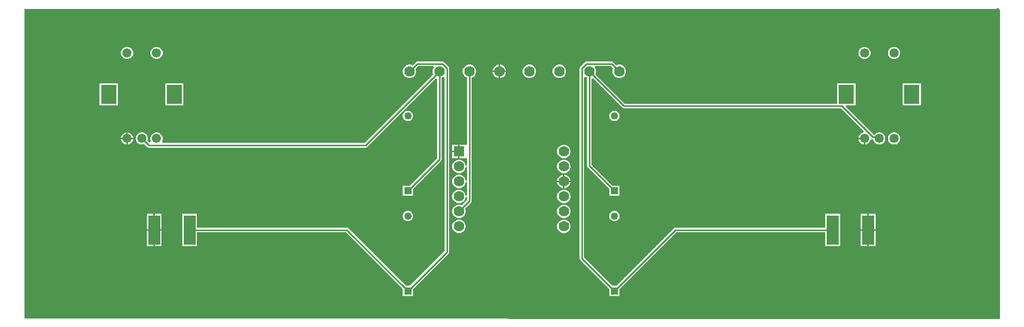
<source format=gbr>
%TF.GenerationSoftware,Altium Limited,Altium Designer,24.10.1 (45)*%
G04 Layer_Physical_Order=2*
G04 Layer_Color=16711680*
%FSLAX45Y45*%
%MOMM*%
%TF.SameCoordinates,6FDAC12A-6018-4021-8F52-C8B52F5C83F9*%
%TF.FilePolarity,Positive*%
%TF.FileFunction,Copper,L2,Bot,Signal*%
%TF.Part,Single*%
G01*
G75*
%TA.AperFunction,ComponentPad*%
%ADD10R,2.00000X5.00000*%
%ADD11R,1.77800X1.77800*%
%ADD12C,1.77800*%
%ADD13C,1.25000*%
%ADD14R,1.25000X1.25000*%
%ADD15C,1.55000*%
%ADD16R,2.60000X3.20000*%
%TA.AperFunction,ViaPad*%
%ADD17C,1.77800*%
%TA.AperFunction,Conductor*%
%ADD18C,0.25400*%
G36*
X16535400Y5232400D02*
Y5267D01*
X16517433Y-12686D01*
X0Y0D01*
Y5245100D01*
X16471899D01*
X16497301Y5270500D01*
X16535400Y5232400D01*
D02*
G37*
%LPC*%
G36*
X14753947Y4606000D02*
X14726852D01*
X14700682Y4598987D01*
X14677219Y4585440D01*
X14658060Y4566282D01*
X14644511Y4542818D01*
X14637500Y4516647D01*
Y4489553D01*
X14644511Y4463382D01*
X14658060Y4439918D01*
X14677219Y4420760D01*
X14700682Y4407212D01*
X14726852Y4400200D01*
X14753947D01*
X14780118Y4407212D01*
X14803581Y4420760D01*
X14822740Y4439918D01*
X14836288Y4463382D01*
X14843300Y4489553D01*
Y4516647D01*
X14836288Y4542818D01*
X14822740Y4566282D01*
X14803581Y4585440D01*
X14780118Y4598987D01*
X14753947Y4606000D01*
D02*
G37*
G36*
X14253947D02*
X14226852D01*
X14200682Y4598987D01*
X14177219Y4585440D01*
X14158060Y4566282D01*
X14144511Y4542818D01*
X14137500Y4516647D01*
Y4489553D01*
X14144511Y4463382D01*
X14158060Y4439918D01*
X14177219Y4420760D01*
X14200682Y4407212D01*
X14226852Y4400200D01*
X14253947D01*
X14280118Y4407212D01*
X14303581Y4420760D01*
X14322740Y4439918D01*
X14336288Y4463382D01*
X14343300Y4489553D01*
Y4516647D01*
X14336288Y4542818D01*
X14322740Y4566282D01*
X14303581Y4585440D01*
X14280118Y4598987D01*
X14253947Y4606000D01*
D02*
G37*
G36*
X2253947D02*
X2226853D01*
X2200682Y4598987D01*
X2177218Y4585440D01*
X2158060Y4566282D01*
X2144513Y4542818D01*
X2137500Y4516647D01*
Y4489553D01*
X2144513Y4463382D01*
X2158060Y4439918D01*
X2177218Y4420760D01*
X2200682Y4407212D01*
X2226853Y4400200D01*
X2253947D01*
X2280118Y4407212D01*
X2303582Y4420760D01*
X2322741Y4439918D01*
X2336288Y4463382D01*
X2343300Y4489553D01*
Y4516647D01*
X2336288Y4542818D01*
X2322741Y4566282D01*
X2303582Y4585440D01*
X2280118Y4598987D01*
X2253947Y4606000D01*
D02*
G37*
G36*
X1753947D02*
X1726853D01*
X1700682Y4598987D01*
X1677218Y4585440D01*
X1658060Y4566282D01*
X1644513Y4542818D01*
X1637500Y4516647D01*
Y4489553D01*
X1644513Y4463382D01*
X1658060Y4439918D01*
X1677218Y4420760D01*
X1700682Y4407212D01*
X1726853Y4400200D01*
X1753947D01*
X1780118Y4407212D01*
X1803582Y4420760D01*
X1822741Y4439918D01*
X1836288Y4463382D01*
X1843300Y4489553D01*
Y4516647D01*
X1836288Y4542818D01*
X1822741Y4566282D01*
X1803582Y4585440D01*
X1780118Y4598987D01*
X1753947Y4606000D01*
D02*
G37*
G36*
X7088405Y4356847D02*
X6654800D01*
X6639934Y4353889D01*
X6627331Y4345469D01*
X6576645Y4294782D01*
X6571918Y4297511D01*
X6542848Y4305300D01*
X6512752D01*
X6483682Y4297511D01*
X6457618Y4282463D01*
X6436337Y4261182D01*
X6421289Y4235118D01*
X6413500Y4206048D01*
Y4175952D01*
X6421289Y4146882D01*
X6436337Y4120818D01*
X6457618Y4099537D01*
X6483682Y4084489D01*
X6512752Y4076700D01*
X6542848D01*
X6571918Y4084489D01*
X6597982Y4099537D01*
X6619263Y4120818D01*
X6634311Y4146882D01*
X6642100Y4175952D01*
Y4206048D01*
X6634311Y4235118D01*
X6631582Y4239845D01*
X6670891Y4279153D01*
X6929210D01*
X6940048Y4253753D01*
X6929289Y4235118D01*
X6921500Y4206048D01*
Y4175952D01*
X6929289Y4146882D01*
X6932018Y4142155D01*
X5766209Y2976347D01*
X2343602D01*
X2329570Y3001747D01*
X2336288Y3013382D01*
X2343300Y3039553D01*
Y3066647D01*
X2336288Y3092818D01*
X2322741Y3116282D01*
X2303582Y3135441D01*
X2280118Y3148988D01*
X2253947Y3156000D01*
X2226853D01*
X2200682Y3148988D01*
X2177218Y3135441D01*
X2158060Y3116282D01*
X2144513Y3092818D01*
X2137500Y3066647D01*
Y3039553D01*
X2144513Y3013382D01*
X2146140Y3010564D01*
X2133250Y2985964D01*
X2114444Y2983994D01*
X2085837Y3012601D01*
X2086288Y3013382D01*
X2093300Y3039553D01*
Y3066647D01*
X2086288Y3092818D01*
X2072741Y3116282D01*
X2053582Y3135441D01*
X2030118Y3148988D01*
X2003947Y3156000D01*
X1976853D01*
X1950682Y3148988D01*
X1927218Y3135441D01*
X1908060Y3116282D01*
X1894513Y3092818D01*
X1887500Y3066647D01*
Y3039553D01*
X1894513Y3013382D01*
X1908060Y2989918D01*
X1927218Y2970760D01*
X1950682Y2957213D01*
X1976853Y2950200D01*
X2003947D01*
X2030118Y2957213D01*
X2030899Y2957664D01*
X2078532Y2910032D01*
X2091134Y2901611D01*
X2106000Y2898654D01*
X5782300D01*
X5797166Y2901611D01*
X5809769Y2910032D01*
X6971553Y4071816D01*
X6996953Y4061295D01*
Y2718491D01*
X6532963Y2254500D01*
X6412100D01*
Y2078700D01*
X6587900D01*
Y2199563D01*
X7063269Y2674931D01*
X7071689Y2687534D01*
X7074647Y2702400D01*
Y4083077D01*
X7079918Y4084489D01*
X7098553Y4095248D01*
X7123953Y4084410D01*
Y1145491D01*
X6532963Y554500D01*
X6467037D01*
X5494069Y1527469D01*
X5481466Y1535889D01*
X5466600Y1538847D01*
X2925400D01*
Y1775400D01*
X2674600D01*
Y1224600D01*
X2925400D01*
Y1461154D01*
X5450509D01*
X6412100Y499563D01*
Y378700D01*
X6587900D01*
Y499563D01*
X7190269Y1101932D01*
X7198689Y1114534D01*
X7201647Y1129400D01*
Y4243605D01*
X7198689Y4258471D01*
X7190269Y4271073D01*
X7115873Y4345469D01*
X7103271Y4353889D01*
X7088405Y4356847D01*
D02*
G37*
G36*
X8066848Y4305300D02*
X8064500D01*
Y4203700D01*
X8166100D01*
Y4206048D01*
X8158311Y4235118D01*
X8143263Y4261182D01*
X8121982Y4282463D01*
X8095918Y4297511D01*
X8066848Y4305300D01*
D02*
G37*
G36*
X8039100D02*
X8036752D01*
X8007682Y4297511D01*
X7981618Y4282463D01*
X7960337Y4261182D01*
X7945289Y4235118D01*
X7937500Y4206048D01*
Y4203700D01*
X8039100D01*
Y4305300D01*
D02*
G37*
G36*
X9956800Y4356847D02*
X9523195D01*
X9508329Y4353889D01*
X9495726Y4345469D01*
X9421331Y4271073D01*
X9412911Y4258471D01*
X9409953Y4243605D01*
Y1017800D01*
X9412911Y1002934D01*
X9421331Y990332D01*
X9912100Y499563D01*
Y378700D01*
X10087900D01*
Y499563D01*
X11049491Y1461154D01*
X13574600D01*
Y1224600D01*
X13825400D01*
Y1775400D01*
X13574600D01*
Y1538847D01*
X11033400D01*
X11018534Y1535889D01*
X11005932Y1527469D01*
X10032963Y554500D01*
X9967037D01*
X9487647Y1033891D01*
Y4084410D01*
X9513047Y4095248D01*
X9531682Y4084489D01*
X9536953Y4083077D01*
Y2590800D01*
X9539911Y2575934D01*
X9548331Y2563331D01*
X9912100Y2199563D01*
Y2078700D01*
X10087900D01*
Y2254500D01*
X9967037D01*
X9614647Y2606891D01*
Y4061295D01*
X9640047Y4071816D01*
X10134332Y3577531D01*
X10146934Y3569110D01*
X10161800Y3566153D01*
X13835893D01*
X14221698Y3180348D01*
X14213660Y3152465D01*
X14200682Y3148988D01*
X14177219Y3135441D01*
X14158060Y3116282D01*
X14144511Y3092818D01*
X14137500Y3066647D01*
Y3065800D01*
X14240401D01*
Y3053100D01*
X14253101D01*
Y2950200D01*
X14253947D01*
X14280118Y2957213D01*
X14303581Y2970760D01*
X14322740Y2989918D01*
X14336288Y3013382D01*
X14340092Y3027581D01*
X14362044Y3040707D01*
X14368700Y3041117D01*
X14379085Y3039051D01*
X14387634D01*
X14394511Y3013382D01*
X14408060Y2989918D01*
X14427219Y2970760D01*
X14450682Y2957213D01*
X14476852Y2950200D01*
X14503947D01*
X14530118Y2957213D01*
X14553581Y2970760D01*
X14572740Y2989918D01*
X14586288Y3013382D01*
X14593300Y3039553D01*
Y3066647D01*
X14586288Y3092818D01*
X14572740Y3116282D01*
X14553581Y3135441D01*
X14530118Y3148988D01*
X14503947Y3156000D01*
X14476852D01*
X14450682Y3148988D01*
X14427219Y3135441D01*
X14408522Y3116744D01*
X14395177D01*
X13917686Y3594234D01*
X13927406Y3617700D01*
X14085800D01*
Y3988500D01*
X13775000D01*
Y3643846D01*
X10177891D01*
X9679582Y4142155D01*
X9682311Y4146882D01*
X9690100Y4175952D01*
Y4206048D01*
X9682311Y4235118D01*
X9671552Y4253753D01*
X9682390Y4279153D01*
X9940709D01*
X9980018Y4239844D01*
X9977289Y4235118D01*
X9969500Y4206048D01*
Y4175952D01*
X9977289Y4146882D01*
X9992337Y4120818D01*
X10013618Y4099537D01*
X10039682Y4084489D01*
X10068752Y4076700D01*
X10098848D01*
X10127918Y4084489D01*
X10153982Y4099537D01*
X10175263Y4120818D01*
X10190311Y4146882D01*
X10198100Y4175952D01*
Y4206048D01*
X10190311Y4235118D01*
X10175263Y4261182D01*
X10153982Y4282463D01*
X10127918Y4297511D01*
X10098848Y4305300D01*
X10068752D01*
X10039682Y4297511D01*
X10034956Y4294782D01*
X9984269Y4345469D01*
X9971666Y4353889D01*
X9956800Y4356847D01*
D02*
G37*
G36*
X9082848Y4305300D02*
X9052752D01*
X9023682Y4297511D01*
X8997618Y4282463D01*
X8976337Y4261182D01*
X8961289Y4235118D01*
X8953500Y4206048D01*
Y4175952D01*
X8961289Y4146882D01*
X8976337Y4120818D01*
X8997618Y4099537D01*
X9023682Y4084489D01*
X9052752Y4076700D01*
X9082848D01*
X9111918Y4084489D01*
X9137982Y4099537D01*
X9159263Y4120818D01*
X9174311Y4146882D01*
X9182100Y4175952D01*
Y4206048D01*
X9174311Y4235118D01*
X9159263Y4261182D01*
X9137982Y4282463D01*
X9111918Y4297511D01*
X9082848Y4305300D01*
D02*
G37*
G36*
X8574848D02*
X8544752D01*
X8515682Y4297511D01*
X8489618Y4282463D01*
X8468337Y4261182D01*
X8453289Y4235118D01*
X8445500Y4206048D01*
Y4175952D01*
X8453289Y4146882D01*
X8468337Y4120818D01*
X8489618Y4099537D01*
X8515682Y4084489D01*
X8544752Y4076700D01*
X8574848D01*
X8603918Y4084489D01*
X8629982Y4099537D01*
X8651263Y4120818D01*
X8666311Y4146882D01*
X8674100Y4175952D01*
Y4206048D01*
X8666311Y4235118D01*
X8651263Y4261182D01*
X8629982Y4282463D01*
X8603918Y4297511D01*
X8574848Y4305300D01*
D02*
G37*
G36*
X8166100Y4178300D02*
X8064500D01*
Y4076700D01*
X8066848D01*
X8095918Y4084489D01*
X8121982Y4099537D01*
X8143263Y4120818D01*
X8158311Y4146882D01*
X8166100Y4175952D01*
Y4178300D01*
D02*
G37*
G36*
X8039100D02*
X7937500D01*
Y4175952D01*
X7945289Y4146882D01*
X7960337Y4120818D01*
X7981618Y4099537D01*
X8007682Y4084489D01*
X8036752Y4076700D01*
X8039100D01*
Y4178300D01*
D02*
G37*
G36*
X15195799Y3988500D02*
X14885001D01*
Y3617700D01*
X15195799D01*
Y3988500D01*
D02*
G37*
G36*
X2695800D02*
X2385000D01*
Y3617700D01*
X2695800D01*
Y3988500D01*
D02*
G37*
G36*
X1585800D02*
X1275000D01*
Y3617700D01*
X1585800D01*
Y3988500D01*
D02*
G37*
G36*
X10011572Y3524500D02*
X9988428D01*
X9966072Y3518510D01*
X9946028Y3506937D01*
X9929663Y3490572D01*
X9918090Y3470528D01*
X9912100Y3448172D01*
Y3425028D01*
X9918090Y3402672D01*
X9929663Y3382628D01*
X9946028Y3366263D01*
X9966072Y3354690D01*
X9988428Y3348700D01*
X10011572D01*
X10033928Y3354690D01*
X10053972Y3366263D01*
X10070337Y3382628D01*
X10081910Y3402672D01*
X10087900Y3425028D01*
Y3448172D01*
X10081910Y3470528D01*
X10070337Y3490572D01*
X10053972Y3506937D01*
X10033928Y3518510D01*
X10011572Y3524500D01*
D02*
G37*
G36*
X6511572D02*
X6488428D01*
X6466072Y3518510D01*
X6446028Y3506937D01*
X6429663Y3490572D01*
X6418090Y3470528D01*
X6412100Y3448172D01*
Y3425028D01*
X6418090Y3402672D01*
X6429663Y3382628D01*
X6446028Y3366263D01*
X6466072Y3354690D01*
X6488428Y3348700D01*
X6511572D01*
X6533928Y3354690D01*
X6553972Y3366263D01*
X6570337Y3382628D01*
X6581910Y3402672D01*
X6587900Y3425028D01*
Y3448172D01*
X6581910Y3470528D01*
X6570337Y3490572D01*
X6553972Y3506937D01*
X6533928Y3518510D01*
X6511572Y3524500D01*
D02*
G37*
G36*
X1753947Y3156000D02*
X1753100D01*
Y3065800D01*
X1843300D01*
Y3066647D01*
X1836288Y3092818D01*
X1822741Y3116282D01*
X1803582Y3135441D01*
X1780118Y3148988D01*
X1753947Y3156000D01*
D02*
G37*
G36*
X1727700D02*
X1726853D01*
X1700682Y3148988D01*
X1677218Y3135441D01*
X1658060Y3116282D01*
X1644513Y3092818D01*
X1637500Y3066647D01*
Y3065800D01*
X1727700D01*
Y3156000D01*
D02*
G37*
G36*
X14753947D02*
X14726852D01*
X14700682Y3148988D01*
X14677219Y3135441D01*
X14658060Y3116282D01*
X14644511Y3092818D01*
X14637500Y3066647D01*
Y3039553D01*
X14644511Y3013382D01*
X14658060Y2989918D01*
X14677219Y2970760D01*
X14700682Y2957213D01*
X14726852Y2950200D01*
X14753947D01*
X14780118Y2957213D01*
X14803581Y2970760D01*
X14822740Y2989918D01*
X14836288Y3013382D01*
X14843300Y3039553D01*
Y3066647D01*
X14836288Y3092818D01*
X14822740Y3116282D01*
X14803581Y3135441D01*
X14780118Y3148988D01*
X14753947Y3156000D01*
D02*
G37*
G36*
X14227699Y3040400D02*
X14137500D01*
Y3039553D01*
X14144511Y3013382D01*
X14158060Y2989918D01*
X14177219Y2970760D01*
X14200682Y2957213D01*
X14226852Y2950200D01*
X14227699D01*
Y3040400D01*
D02*
G37*
G36*
X1843300D02*
X1753100D01*
Y2950200D01*
X1753947D01*
X1780118Y2957213D01*
X1803582Y2970760D01*
X1822741Y2989918D01*
X1836288Y3013382D01*
X1843300Y3039553D01*
Y3040400D01*
D02*
G37*
G36*
X1727700D02*
X1637500D01*
Y3039553D01*
X1644513Y3013382D01*
X1658060Y2989918D01*
X1677218Y2970760D01*
X1700682Y2957213D01*
X1726853Y2950200D01*
X1727700D01*
Y3040400D01*
D02*
G37*
G36*
X7353300Y2946400D02*
X7251700D01*
Y2844800D01*
X7353300D01*
Y2946400D01*
D02*
G37*
G36*
X9159048D02*
X9128952D01*
X9099882Y2938611D01*
X9073818Y2923563D01*
X9052537Y2902282D01*
X9037489Y2876218D01*
X9029700Y2847148D01*
Y2817052D01*
X9037489Y2787982D01*
X9052537Y2761918D01*
X9073818Y2740637D01*
X9099882Y2725589D01*
X9128952Y2717800D01*
X9159048D01*
X9188118Y2725589D01*
X9214182Y2740637D01*
X9235463Y2761918D01*
X9250511Y2787982D01*
X9258300Y2817052D01*
Y2847148D01*
X9250511Y2876218D01*
X9235463Y2902282D01*
X9214182Y2923563D01*
X9188118Y2938611D01*
X9159048Y2946400D01*
D02*
G37*
G36*
X7353300Y2819400D02*
X7251700D01*
Y2717800D01*
X7353300D01*
Y2819400D01*
D02*
G37*
G36*
X7558848Y4305300D02*
X7528752D01*
X7499682Y4297511D01*
X7473618Y4282463D01*
X7452337Y4261182D01*
X7437289Y4235118D01*
X7429500Y4206048D01*
Y4175952D01*
X7437289Y4146882D01*
X7452337Y4120818D01*
X7473618Y4099537D01*
X7499682Y4084489D01*
X7504953Y4083077D01*
Y2948202D01*
X7480300Y2946400D01*
X7479553Y2946400D01*
X7378700D01*
Y2832100D01*
Y2717800D01*
X7479553D01*
X7480300Y2717800D01*
X7504953Y2715998D01*
Y2594950D01*
X7480300Y2593148D01*
X7472511Y2622218D01*
X7457463Y2648282D01*
X7436182Y2669563D01*
X7410118Y2684611D01*
X7381048Y2692400D01*
X7350952D01*
X7321882Y2684611D01*
X7295818Y2669563D01*
X7274537Y2648282D01*
X7259489Y2622218D01*
X7251700Y2593148D01*
Y2563052D01*
X7259489Y2533982D01*
X7274537Y2507918D01*
X7295818Y2486637D01*
X7321882Y2471589D01*
X7350952Y2463800D01*
X7381048D01*
X7410118Y2471589D01*
X7436182Y2486637D01*
X7457463Y2507918D01*
X7472511Y2533982D01*
X7480300Y2563052D01*
X7504953Y2561250D01*
Y2340950D01*
X7480300Y2339148D01*
X7472511Y2368218D01*
X7457463Y2394282D01*
X7436182Y2415563D01*
X7410118Y2430611D01*
X7381048Y2438400D01*
X7350952D01*
X7321882Y2430611D01*
X7295818Y2415563D01*
X7274537Y2394282D01*
X7259489Y2368218D01*
X7251700Y2339148D01*
Y2309052D01*
X7259489Y2279982D01*
X7274537Y2253918D01*
X7295818Y2232637D01*
X7321882Y2217589D01*
X7350952Y2209800D01*
X7381048D01*
X7410118Y2217589D01*
X7436182Y2232637D01*
X7457463Y2253918D01*
X7472511Y2279982D01*
X7480300Y2309052D01*
X7504953Y2307250D01*
Y2086950D01*
X7480300Y2085148D01*
X7472511Y2114218D01*
X7457463Y2140282D01*
X7436182Y2161563D01*
X7410118Y2176611D01*
X7381048Y2184400D01*
X7350952D01*
X7321882Y2176611D01*
X7295818Y2161563D01*
X7274537Y2140282D01*
X7259489Y2114218D01*
X7251700Y2085148D01*
Y2055052D01*
X7259489Y2025982D01*
X7274537Y1999918D01*
X7295818Y1978637D01*
X7321882Y1963589D01*
X7350952Y1955800D01*
X7381048D01*
X7410118Y1963589D01*
X7436182Y1978637D01*
X7457463Y1999918D01*
X7472511Y2025982D01*
X7480300Y2055052D01*
X7504953Y2053250D01*
Y2009991D01*
X7414845Y1919882D01*
X7410118Y1922611D01*
X7381048Y1930400D01*
X7350952D01*
X7321882Y1922611D01*
X7295818Y1907563D01*
X7274537Y1886282D01*
X7259489Y1860218D01*
X7251700Y1831148D01*
Y1801052D01*
X7259489Y1771982D01*
X7274537Y1745918D01*
X7295818Y1724637D01*
X7321882Y1709589D01*
X7350952Y1701800D01*
X7381048D01*
X7410118Y1709589D01*
X7436182Y1724637D01*
X7457463Y1745918D01*
X7472511Y1771982D01*
X7480300Y1801052D01*
Y1831148D01*
X7472511Y1860218D01*
X7469782Y1864945D01*
X7571269Y1966431D01*
X7579689Y1979034D01*
X7582647Y1993900D01*
Y4083077D01*
X7587918Y4084489D01*
X7613982Y4099537D01*
X7635263Y4120818D01*
X7650311Y4146882D01*
X7658100Y4175952D01*
Y4206048D01*
X7650311Y4235118D01*
X7635263Y4261182D01*
X7613982Y4282463D01*
X7587918Y4297511D01*
X7558848Y4305300D01*
D02*
G37*
G36*
X9159048Y2692400D02*
X9128952D01*
X9099882Y2684611D01*
X9073818Y2669563D01*
X9052537Y2648282D01*
X9037489Y2622218D01*
X9029700Y2593148D01*
Y2563052D01*
X9037489Y2533982D01*
X9052537Y2507918D01*
X9073818Y2486637D01*
X9099882Y2471589D01*
X9128952Y2463800D01*
X9159048D01*
X9188118Y2471589D01*
X9214182Y2486637D01*
X9235463Y2507918D01*
X9250511Y2533982D01*
X9258300Y2563052D01*
Y2593148D01*
X9250511Y2622218D01*
X9235463Y2648282D01*
X9214182Y2669563D01*
X9188118Y2684611D01*
X9159048Y2692400D01*
D02*
G37*
G36*
Y2438400D02*
X9156700D01*
Y2336800D01*
X9258300D01*
Y2339148D01*
X9250511Y2368218D01*
X9235463Y2394282D01*
X9214182Y2415563D01*
X9188118Y2430611D01*
X9159048Y2438400D01*
D02*
G37*
G36*
X9131300D02*
X9128952D01*
X9099882Y2430611D01*
X9073818Y2415563D01*
X9052537Y2394282D01*
X9037489Y2368218D01*
X9029700Y2339148D01*
Y2336800D01*
X9131300D01*
Y2438400D01*
D02*
G37*
G36*
X9258300Y2311400D02*
X9156700D01*
Y2209800D01*
X9159048D01*
X9188118Y2217589D01*
X9214182Y2232637D01*
X9235463Y2253918D01*
X9250511Y2279982D01*
X9258300Y2309052D01*
Y2311400D01*
D02*
G37*
G36*
X9131300D02*
X9029700D01*
Y2309052D01*
X9037489Y2279982D01*
X9052537Y2253918D01*
X9073818Y2232637D01*
X9099882Y2217589D01*
X9128952Y2209800D01*
X9131300D01*
Y2311400D01*
D02*
G37*
G36*
X9159048Y2184400D02*
X9128952D01*
X9099882Y2176611D01*
X9073818Y2161563D01*
X9052537Y2140282D01*
X9037489Y2114218D01*
X9029700Y2085148D01*
Y2055052D01*
X9037489Y2025982D01*
X9052537Y1999918D01*
X9073818Y1978637D01*
X9099882Y1963589D01*
X9128952Y1955800D01*
X9159048D01*
X9188118Y1963589D01*
X9214182Y1978637D01*
X9235463Y1999918D01*
X9250511Y2025982D01*
X9258300Y2055052D01*
Y2085148D01*
X9250511Y2114218D01*
X9235463Y2140282D01*
X9214182Y2161563D01*
X9188118Y2176611D01*
X9159048Y2184400D01*
D02*
G37*
G36*
Y1930400D02*
X9128952D01*
X9099882Y1922611D01*
X9073818Y1907563D01*
X9052537Y1886282D01*
X9037489Y1860218D01*
X9029700Y1831148D01*
Y1801052D01*
X9037489Y1771982D01*
X9052537Y1745918D01*
X9073818Y1724637D01*
X9099882Y1709589D01*
X9128952Y1701800D01*
X9159048D01*
X9188118Y1709589D01*
X9214182Y1724637D01*
X9235463Y1745918D01*
X9250511Y1771982D01*
X9258300Y1801052D01*
Y1831148D01*
X9250511Y1860218D01*
X9235463Y1886282D01*
X9214182Y1907563D01*
X9188118Y1922611D01*
X9159048Y1930400D01*
D02*
G37*
G36*
X10011572Y1824500D02*
X9988428D01*
X9966072Y1818510D01*
X9946028Y1806937D01*
X9929663Y1790572D01*
X9918090Y1770528D01*
X9912100Y1748172D01*
Y1725028D01*
X9918090Y1702672D01*
X9929663Y1682628D01*
X9946028Y1666263D01*
X9966072Y1654690D01*
X9988428Y1648700D01*
X10011572D01*
X10033928Y1654690D01*
X10053972Y1666263D01*
X10070337Y1682628D01*
X10081910Y1702672D01*
X10087900Y1725028D01*
Y1748172D01*
X10081910Y1770528D01*
X10070337Y1790572D01*
X10053972Y1806937D01*
X10033928Y1818510D01*
X10011572Y1824500D01*
D02*
G37*
G36*
X6511572D02*
X6488428D01*
X6466072Y1818510D01*
X6446028Y1806937D01*
X6429663Y1790572D01*
X6418090Y1770528D01*
X6412100Y1748172D01*
Y1725028D01*
X6418090Y1702672D01*
X6429663Y1682628D01*
X6446028Y1666263D01*
X6466072Y1654690D01*
X6488428Y1648700D01*
X6511572D01*
X6533928Y1654690D01*
X6553972Y1666263D01*
X6570337Y1682628D01*
X6581910Y1702672D01*
X6587900Y1725028D01*
Y1748172D01*
X6581910Y1770528D01*
X6570337Y1790572D01*
X6553972Y1806937D01*
X6533928Y1818510D01*
X6511572Y1824500D01*
D02*
G37*
G36*
X14425400Y1775400D02*
X14312700D01*
Y1512700D01*
X14425400D01*
Y1775400D01*
D02*
G37*
G36*
X2325400D02*
X2212700D01*
Y1512700D01*
X2325400D01*
Y1775400D01*
D02*
G37*
G36*
X2187300D02*
X2074600D01*
Y1512700D01*
X2187300D01*
Y1775400D01*
D02*
G37*
G36*
X14287300D02*
X14174600D01*
Y1512700D01*
X14287300D01*
Y1775400D01*
D02*
G37*
G36*
X9159048Y1676400D02*
X9128952D01*
X9099882Y1668611D01*
X9073818Y1653563D01*
X9052537Y1632282D01*
X9037489Y1606218D01*
X9029700Y1577148D01*
Y1547052D01*
X9037489Y1517982D01*
X9052537Y1491918D01*
X9073818Y1470637D01*
X9099882Y1455589D01*
X9128952Y1447800D01*
X9159048D01*
X9188118Y1455589D01*
X9214182Y1470637D01*
X9235463Y1491918D01*
X9250511Y1517982D01*
X9258300Y1547052D01*
Y1577148D01*
X9250511Y1606218D01*
X9235463Y1632282D01*
X9214182Y1653563D01*
X9188118Y1668611D01*
X9159048Y1676400D01*
D02*
G37*
G36*
X7381048D02*
X7350952D01*
X7321882Y1668611D01*
X7295818Y1653563D01*
X7274537Y1632282D01*
X7259489Y1606218D01*
X7251700Y1577148D01*
Y1547052D01*
X7259489Y1517982D01*
X7274537Y1491918D01*
X7295818Y1470637D01*
X7321882Y1455589D01*
X7350952Y1447800D01*
X7381048D01*
X7410118Y1455589D01*
X7436182Y1470637D01*
X7457463Y1491918D01*
X7472511Y1517982D01*
X7480300Y1547052D01*
Y1577148D01*
X7472511Y1606218D01*
X7457463Y1632282D01*
X7436182Y1653563D01*
X7410118Y1668611D01*
X7381048Y1676400D01*
D02*
G37*
G36*
X14425400Y1487300D02*
X14312700D01*
Y1224600D01*
X14425400D01*
Y1487300D01*
D02*
G37*
G36*
X14287300D02*
X14174600D01*
Y1224600D01*
X14287300D01*
Y1487300D01*
D02*
G37*
G36*
X2325400D02*
X2212700D01*
Y1224600D01*
X2325400D01*
Y1487300D01*
D02*
G37*
G36*
X2187300D02*
X2074600D01*
Y1224600D01*
X2187300D01*
Y1487300D01*
D02*
G37*
%LPD*%
D10*
X13700000Y1500000D02*
D03*
X14300000D02*
D03*
X2200000D02*
D03*
X2800000D02*
D03*
D11*
X7366000Y2832100D02*
D03*
D12*
Y2578100D02*
D03*
Y2324100D02*
D03*
Y2070100D02*
D03*
Y1816100D02*
D03*
Y1562100D02*
D03*
X9144000Y2832100D02*
D03*
Y2578100D02*
D03*
Y2324100D02*
D03*
Y2070100D02*
D03*
Y1816100D02*
D03*
Y1562100D02*
D03*
D13*
X10000000Y1736600D02*
D03*
X6500000D02*
D03*
Y3436600D02*
D03*
X10000000D02*
D03*
D14*
Y466600D02*
D03*
X6500000D02*
D03*
Y2166600D02*
D03*
X10000000D02*
D03*
D15*
X1990400Y3053100D02*
D03*
X2240400D02*
D03*
X1740400D02*
D03*
X2240400Y4503100D02*
D03*
X1740400D02*
D03*
X14490401Y3053100D02*
D03*
X14740401D02*
D03*
X14240401D02*
D03*
X14740401Y4503100D02*
D03*
X14240401D02*
D03*
D16*
X1430400Y3803100D02*
D03*
X2540400D02*
D03*
X13930400D02*
D03*
X15040401D02*
D03*
D17*
X10083800Y4191000D02*
D03*
X9575800D02*
D03*
X9067800D02*
D03*
X8559800D02*
D03*
X8051800D02*
D03*
X7543800D02*
D03*
X7035800D02*
D03*
X6527800D02*
D03*
D18*
X7543800Y1993900D02*
Y4165600D01*
X7366000Y1816100D02*
X7543800Y1993900D01*
X9448800Y1017800D02*
X10000000Y466600D01*
X9448800Y1017800D02*
Y4243605D01*
X9523195Y4318000D01*
X9956800D01*
X10058400Y4216400D01*
X10161800Y3605000D02*
X13851984D01*
X9575800Y4191000D02*
X10161800Y3605000D01*
X9575800Y2590800D02*
X10000000Y2166600D01*
X9575800Y2590800D02*
Y4191000D01*
X11033400Y1500000D02*
X13700000D01*
X10000000Y466600D02*
X11033400Y1500000D01*
X13851984Y3605000D02*
X14379085Y3077898D01*
X14465602D01*
X14490401Y3053100D01*
X6527800Y4191000D02*
X6654800Y4318000D01*
X7088405D01*
X7162800Y4243605D01*
Y1129400D02*
Y4243605D01*
X6500000Y466600D02*
X7162800Y1129400D01*
X6500000Y2166600D02*
X7035800Y2702400D01*
Y4191000D01*
X5782300Y2937500D02*
X7035800Y4191000D01*
X2106000Y2937500D02*
X5782300D01*
X1990400Y3053100D02*
X2106000Y2937500D01*
X5466600Y1500000D02*
X6500000Y466600D01*
X2800000Y1500000D02*
X5466600D01*
%TF.MD5,a2141bd2dc8a816ee394522361269561*%
M02*

</source>
